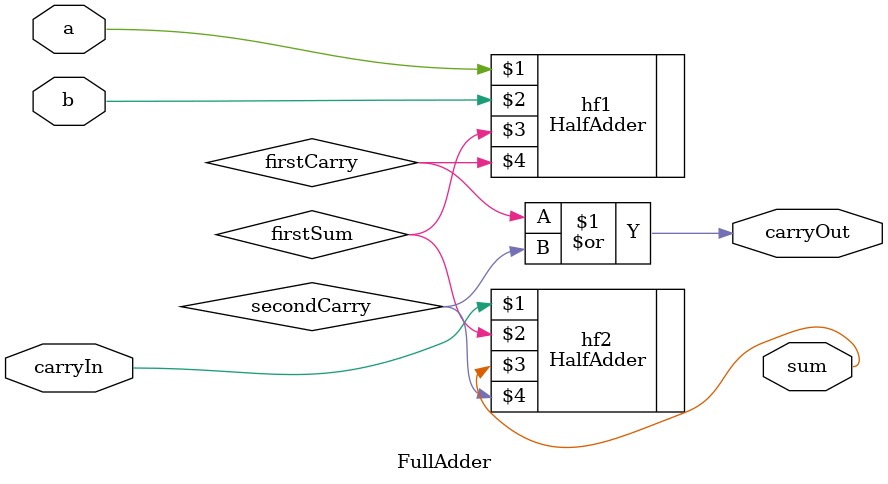
<source format=v>
`timescale 1ns / 1ps

module FullAdder(
    input a,
    input b,
    input carryIn,
    output sum,
    output carryOut
    );

wire firstCarry;
wire firstSum;
HalfAdder hf1(a, b, firstSum, firstCarry);
wire secondCarry;
HalfAdder hf2(carryIn, firstSum, sum, secondCarry);
or(carryOut, firstCarry, secondCarry);

endmodule

</source>
